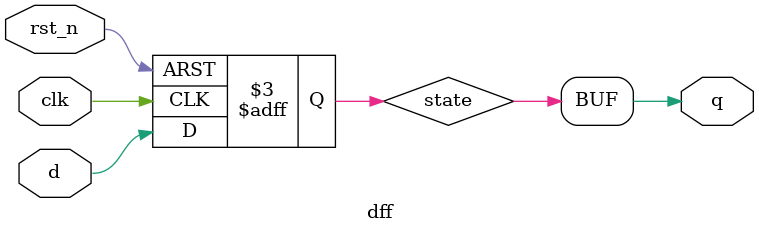
<source format=sv>
module dff(
	input 	d,
	input 	clk,
	input 	rst_n,
	output 	q
);

	reg		state;
	assign q = state;
	
	always_ff @ (posedge clk or negedge rst_n)
		if (!rst_n)
			state <= 1'b0;
		else 
			state <= d;

endmodule

</source>
